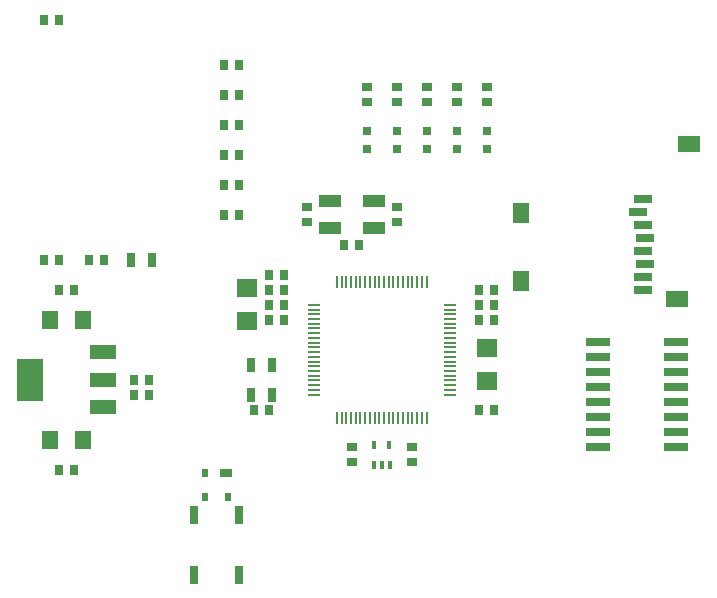
<source format=gbr>
G04 EAGLE Gerber RS-274X export*
G75*
%MOMM*%
%FSLAX34Y34*%
%LPD*%
%INSolderpaste Top*%
%IPPOS*%
%AMOC8*
5,1,8,0,0,1.08239X$1,22.5*%
G01*
%ADD10R,1.400000X1.800000*%
%ADD11R,1.900000X1.400000*%
%ADD12R,1.500000X0.800000*%
%ADD13R,0.190000X1.100000*%
%ADD14R,1.100000X0.190000*%
%ADD15R,0.700000X0.900000*%
%ADD16R,1.900000X1.100000*%
%ADD17R,0.900000X0.700000*%
%ADD18R,0.800000X1.200000*%
%ADD19R,0.800000X0.800000*%
%ADD20R,1.800000X1.600000*%
%ADD21R,0.400000X0.750000*%
%ADD22R,0.330200X0.685800*%
%ADD23R,1.000000X0.700000*%
%ADD24R,0.600000X0.700000*%
%ADD25R,0.762000X1.524000*%
%ADD26R,2.235200X1.219200*%
%ADD27R,2.200000X3.600000*%
%ADD28R,1.400000X1.600000*%
%ADD29R,2.032000X0.660400*%


D10*
X435800Y318800D03*
X435800Y261800D03*
D11*
X567300Y245800D03*
X577300Y377300D03*
D12*
X538800Y330700D03*
X534800Y319700D03*
X538800Y308700D03*
X540800Y297700D03*
X538800Y286700D03*
X540800Y275700D03*
X538800Y264700D03*
X538800Y253700D03*
D13*
X319500Y260700D03*
X323500Y260700D03*
X327500Y260700D03*
X331500Y260700D03*
X335500Y260700D03*
X339500Y260700D03*
X343500Y260700D03*
X347500Y260700D03*
X351500Y260700D03*
X355500Y260700D03*
X315500Y260700D03*
X311500Y260700D03*
X307500Y260700D03*
X303500Y260700D03*
X299500Y260700D03*
X295500Y260700D03*
X291500Y260700D03*
X287500Y260700D03*
X283500Y260700D03*
X279500Y260700D03*
D14*
X260000Y205200D03*
X260000Y209200D03*
X260000Y213200D03*
X260000Y217200D03*
X260000Y221200D03*
X260000Y225200D03*
X260000Y229200D03*
X260000Y233200D03*
X260000Y237200D03*
X260000Y241200D03*
X260000Y201200D03*
X260000Y197200D03*
X260000Y193200D03*
X260000Y189200D03*
X260000Y185200D03*
X260000Y181200D03*
X260000Y177200D03*
X260000Y173200D03*
X260000Y169200D03*
X260000Y165200D03*
D13*
X315500Y145700D03*
X311500Y145700D03*
X307500Y145700D03*
X303500Y145700D03*
X299500Y145700D03*
X295500Y145700D03*
X291500Y145700D03*
X287500Y145700D03*
X283500Y145700D03*
X279500Y145700D03*
X319500Y145700D03*
X323500Y145700D03*
X327500Y145700D03*
X331500Y145700D03*
X335500Y145700D03*
X339500Y145700D03*
X343500Y145700D03*
X347500Y145700D03*
X351500Y145700D03*
X355500Y145700D03*
D14*
X375000Y201200D03*
X375000Y197200D03*
X375000Y193200D03*
X375000Y189200D03*
X375000Y185200D03*
X375000Y181200D03*
X375000Y177200D03*
X375000Y173200D03*
X375000Y169200D03*
X375000Y165200D03*
X375000Y205200D03*
X375000Y209200D03*
X375000Y213200D03*
X375000Y217200D03*
X375000Y221200D03*
X375000Y225200D03*
X375000Y229200D03*
X375000Y233200D03*
X375000Y237200D03*
X375000Y241200D03*
D15*
X222100Y254000D03*
X235100Y254000D03*
D16*
X310600Y329000D03*
X273600Y306000D03*
X310600Y306000D03*
X273600Y329000D03*
D17*
X330200Y324000D03*
X330200Y311000D03*
X254000Y324000D03*
X254000Y311000D03*
D18*
X224900Y165100D03*
X206900Y165100D03*
X206900Y190500D03*
X224900Y190500D03*
D15*
X235100Y241300D03*
X222100Y241300D03*
X235100Y228600D03*
X222100Y228600D03*
D17*
X292100Y120800D03*
X292100Y107800D03*
D15*
X222400Y152400D03*
X209400Y152400D03*
X399900Y152400D03*
X412900Y152400D03*
X298600Y292100D03*
X285600Y292100D03*
D19*
X330200Y373500D03*
X330200Y388500D03*
X355600Y373500D03*
X355600Y388500D03*
X381000Y373500D03*
X381000Y388500D03*
X406400Y373500D03*
X406400Y388500D03*
D17*
X330200Y412600D03*
X330200Y425600D03*
X355600Y412600D03*
X355600Y425600D03*
X381000Y412600D03*
X381000Y425600D03*
X406400Y412600D03*
X406400Y425600D03*
X342900Y120800D03*
X342900Y107800D03*
D20*
X203200Y227300D03*
X203200Y255300D03*
X406400Y176500D03*
X406400Y204500D03*
D15*
X235100Y266700D03*
X222100Y266700D03*
X412900Y254000D03*
X399900Y254000D03*
X399900Y228600D03*
X412900Y228600D03*
D21*
X311000Y122550D03*
X324000Y122550D03*
D22*
X310769Y106045D03*
X317500Y106045D03*
X324231Y106045D03*
D15*
X197000Y444500D03*
X184000Y444500D03*
X197000Y342900D03*
X184000Y342900D03*
X197000Y419100D03*
X184000Y419100D03*
X197000Y368300D03*
X184000Y368300D03*
D18*
X123300Y279400D03*
X105300Y279400D03*
D15*
X184000Y393700D03*
X197000Y393700D03*
X184000Y317500D03*
X197000Y317500D03*
X31600Y482600D03*
X44600Y482600D03*
X44600Y279400D03*
X31600Y279400D03*
X82700Y279400D03*
X69700Y279400D03*
D23*
X185300Y98900D03*
D24*
X168300Y98900D03*
X168300Y78900D03*
X187300Y78900D03*
D25*
X196850Y63500D03*
X196850Y12700D03*
X158750Y63500D03*
X158750Y12700D03*
D15*
X399900Y241300D03*
X412900Y241300D03*
X57300Y254000D03*
X44300Y254000D03*
X44300Y101600D03*
X57300Y101600D03*
D26*
X81788Y154686D03*
X81788Y177800D03*
X81788Y200914D03*
D27*
X19810Y177800D03*
D15*
X107800Y177800D03*
X120800Y177800D03*
X120800Y165100D03*
X107800Y165100D03*
D28*
X36800Y228600D03*
X64800Y228600D03*
X64800Y127000D03*
X36800Y127000D03*
D29*
X500253Y209550D03*
X500253Y196850D03*
X500253Y184150D03*
X500253Y171450D03*
X500253Y158750D03*
X500253Y146050D03*
X500253Y133350D03*
X500253Y120650D03*
X566547Y120650D03*
X566547Y133350D03*
X566547Y146050D03*
X566547Y158750D03*
X566547Y171450D03*
X566547Y184150D03*
X566547Y196850D03*
X566547Y209550D03*
D19*
X304800Y373500D03*
X304800Y388500D03*
D17*
X304800Y412600D03*
X304800Y425600D03*
M02*

</source>
